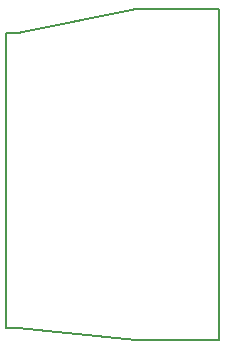
<source format=gbr>
G04 #@! TF.FileFunction,Profile,NP*
%FSLAX46Y46*%
G04 Gerber Fmt 4.6, Leading zero omitted, Abs format (unit mm)*
G04 Created by KiCad (PCBNEW 4.0.4+e1-6308~48~ubuntu14.04.1-stable) date Wed Oct 26 00:03:54 2016*
%MOMM*%
%LPD*%
G01*
G04 APERTURE LIST*
%ADD10C,0.100000*%
%ADD11C,0.150000*%
G04 APERTURE END LIST*
D10*
D11*
X113000000Y-127000000D02*
X112000000Y-127000000D01*
X123000000Y-128000000D02*
X113000000Y-127000000D01*
X129000000Y-128000000D02*
X123000000Y-128000000D01*
X123000000Y-100000000D02*
X113000000Y-102000000D01*
X130000000Y-100000000D02*
X123000000Y-100000000D01*
X130000000Y-128000000D02*
X130000000Y-100000000D01*
X129000000Y-128000000D02*
X130000000Y-128000000D01*
X112000000Y-102000000D02*
X112000000Y-127000000D01*
X113000000Y-102000000D02*
X112000000Y-102000000D01*
M02*

</source>
